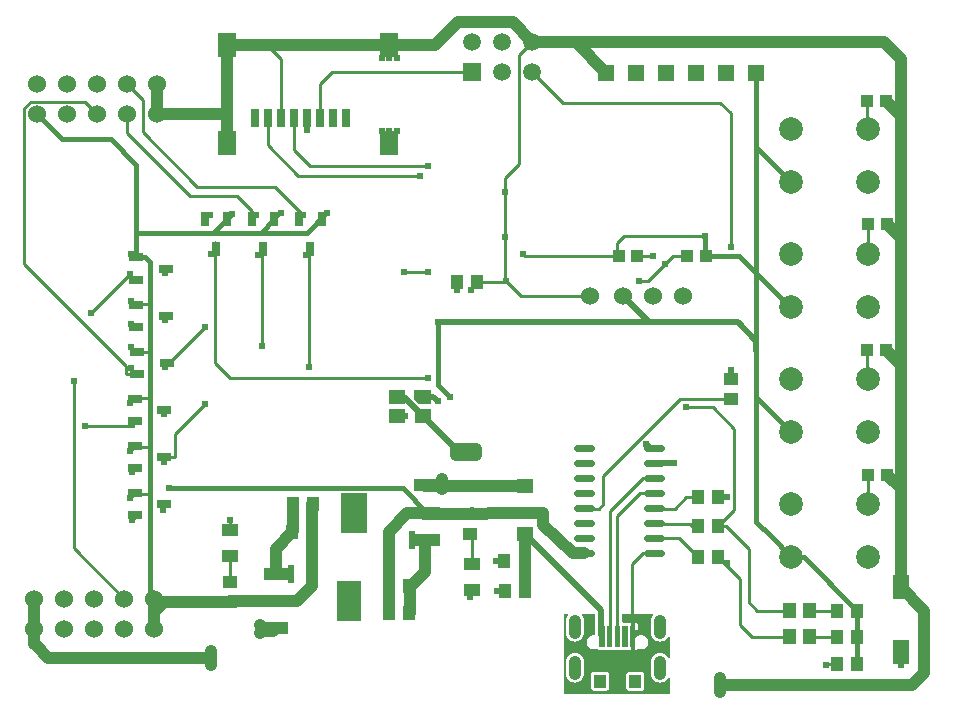
<source format=gtl>
G04 Layer: TopLayer*
G04 EasyEDA v6.3.43, 2020-05-10T20:22:00+02:00*
G04 8efef6a7772f454f874d1fefd099d7f4,c718b20e53f548e3abf3144c64a63f4f,10*
G04 Gerber Generator version 0.2*
G04 Scale: 100 percent, Rotated: No, Reflected: No *
G04 Dimensions in millimeters *
G04 leading zeros omitted , absolute positions ,3 integer and 3 decimal *
%FSLAX33Y33*%
%MOMM*%
G90*
G71D02*

%ADD10C,0.254000*%
%ADD11C,0.499999*%
%ADD12C,0.999998*%
%ADD13C,0.259994*%
%ADD14C,0.399999*%
%ADD15C,0.256007*%
%ADD16C,0.599999*%
%ADD17C,0.610006*%
%ADD18C,0.609600*%
%ADD19R,1.399997X1.150010*%
%ADD20R,0.799998X1.524000*%
%ADD21R,1.499997X1.999996*%
%ADD22R,1.099820X1.198880*%
%ADD23R,1.198880X1.099820*%
%ADD25R,0.999998X1.099998*%
%ADD26R,1.400048X1.999996*%
%ADD27R,1.470660X1.270000*%
%ADD28R,1.399997X0.999998*%
%ADD29R,2.159000X1.092200*%
%ADD30R,2.159000X3.505200*%
%ADD31R,2.199996X3.499993*%
%ADD32R,2.199996X1.099998*%
%ADD33R,1.250010X0.699999*%
%ADD34R,0.699999X1.250010*%
%ADD35C,1.524000*%
%ADD36C,1.498600*%
%ADD37R,1.498600X1.498600*%
%ADD38R,1.414780X1.414780*%
%ADD39C,1.999996*%

%LPD*%
G36*
G01X48801Y7222D02*
G01X48642Y7222D01*
G01X48628Y7221D01*
G01X48614Y7218D01*
G01X48600Y7213D01*
G01X48587Y7206D01*
G01X48576Y7198D01*
G01X48565Y7187D01*
G01X48557Y7176D01*
G01X48550Y7163D01*
G01X48545Y7149D01*
G01X48542Y7135D01*
G01X48541Y7121D01*
G01X48541Y524D01*
G01X48542Y510D01*
G01X48545Y495D01*
G01X48550Y482D01*
G01X48557Y469D01*
G01X48565Y458D01*
G01X48576Y447D01*
G01X48587Y439D01*
G01X48600Y432D01*
G01X48614Y427D01*
G01X48628Y424D01*
G01X48642Y422D01*
G01X57439Y422D01*
G01X57453Y424D01*
G01X57468Y427D01*
G01X57481Y432D01*
G01X57494Y439D01*
G01X57505Y447D01*
G01X57516Y458D01*
G01X57524Y469D01*
G01X57531Y482D01*
G01X57536Y495D01*
G01X57539Y510D01*
G01X57541Y524D01*
G01X57541Y1721D01*
G01X57539Y1735D01*
G01X57536Y1749D01*
G01X57531Y1763D01*
G01X57524Y1776D01*
G01X57516Y1787D01*
G01X57505Y1797D01*
G01X57494Y1806D01*
G01X57481Y1813D01*
G01X57468Y1818D01*
G01X57453Y1821D01*
G01X57439Y1822D01*
G01X57424Y1821D01*
G01X57409Y1818D01*
G01X57395Y1812D01*
G01X57382Y1805D01*
G01X57371Y1796D01*
G01X57360Y1785D01*
G01X57352Y1773D01*
G01X57330Y1738D01*
G01X57306Y1704D01*
G01X57280Y1672D01*
G01X57253Y1642D01*
G01X57224Y1612D01*
G01X57193Y1585D01*
G01X57161Y1559D01*
G01X57128Y1535D01*
G01X57093Y1513D01*
G01X57058Y1492D01*
G01X57021Y1474D01*
G01X56983Y1458D01*
G01X56944Y1444D01*
G01X56905Y1431D01*
G01X56865Y1421D01*
G01X56825Y1414D01*
G01X56784Y1408D01*
G01X56743Y1405D01*
G01X56702Y1404D01*
G01X56662Y1405D01*
G01X56623Y1408D01*
G01X56584Y1413D01*
G01X56545Y1420D01*
G01X56506Y1429D01*
G01X56468Y1441D01*
G01X56431Y1454D01*
G01X56394Y1469D01*
G01X56358Y1486D01*
G01X56324Y1505D01*
G01X56290Y1526D01*
G01X56257Y1548D01*
G01X56226Y1572D01*
G01X56196Y1598D01*
G01X56167Y1625D01*
G01X56140Y1654D01*
G01X56114Y1684D01*
G01X56090Y1716D01*
G01X56067Y1748D01*
G01X56047Y1782D01*
G01X56028Y1817D01*
G01X56011Y1853D01*
G01X55996Y1889D01*
G01X55982Y1926D01*
G01X55971Y1964D01*
G01X55962Y2003D01*
G01X55955Y2042D01*
G01X55950Y2081D01*
G01X55946Y2121D01*
G01X55945Y2160D01*
G01X55945Y3159D01*
G01X55946Y3199D01*
G01X55950Y3238D01*
G01X55955Y3277D01*
G01X55962Y3316D01*
G01X55971Y3355D01*
G01X55982Y3393D01*
G01X55996Y3430D01*
G01X56011Y3467D01*
G01X56028Y3502D01*
G01X56047Y3537D01*
G01X56067Y3571D01*
G01X56090Y3604D01*
G01X56114Y3635D01*
G01X56140Y3665D01*
G01X56167Y3694D01*
G01X56196Y3721D01*
G01X56226Y3747D01*
G01X56257Y3771D01*
G01X56290Y3793D01*
G01X56324Y3814D01*
G01X56358Y3833D01*
G01X56394Y3850D01*
G01X56431Y3865D01*
G01X56468Y3878D01*
G01X56506Y3890D01*
G01X56545Y3899D01*
G01X56584Y3906D01*
G01X56623Y3911D01*
G01X56662Y3914D01*
G01X56702Y3915D01*
G01X56743Y3914D01*
G01X56784Y3911D01*
G01X56825Y3905D01*
G01X56865Y3898D01*
G01X56905Y3888D01*
G01X56944Y3876D01*
G01X56983Y3861D01*
G01X57021Y3845D01*
G01X57058Y3827D01*
G01X57093Y3806D01*
G01X57128Y3784D01*
G01X57161Y3760D01*
G01X57193Y3734D01*
G01X57224Y3707D01*
G01X57253Y3677D01*
G01X57280Y3647D01*
G01X57306Y3615D01*
G01X57330Y3581D01*
G01X57352Y3546D01*
G01X57360Y3534D01*
G01X57371Y3523D01*
G01X57382Y3514D01*
G01X57395Y3507D01*
G01X57409Y3501D01*
G01X57424Y3498D01*
G01X57439Y3497D01*
G01X57453Y3498D01*
G01X57468Y3501D01*
G01X57481Y3506D01*
G01X57494Y3513D01*
G01X57505Y3522D01*
G01X57516Y3532D01*
G01X57524Y3544D01*
G01X57531Y3556D01*
G01X57536Y3570D01*
G01X57539Y3584D01*
G01X57541Y3598D01*
G01X57541Y5190D01*
G01X57539Y5205D01*
G01X57536Y5219D01*
G01X57531Y5233D01*
G01X57524Y5245D01*
G01X57516Y5257D01*
G01X57505Y5267D01*
G01X57494Y5276D01*
G01X57481Y5283D01*
G01X57468Y5288D01*
G01X57453Y5291D01*
G01X57439Y5292D01*
G01X57424Y5291D01*
G01X57409Y5288D01*
G01X57395Y5282D01*
G01X57382Y5275D01*
G01X57360Y5255D01*
G01X57352Y5242D01*
G01X57330Y5208D01*
G01X57306Y5174D01*
G01X57280Y5142D01*
G01X57253Y5111D01*
G01X57224Y5082D01*
G01X57193Y5055D01*
G01X57161Y5029D01*
G01X57128Y5005D01*
G01X57093Y4982D01*
G01X57058Y4962D01*
G01X57021Y4944D01*
G01X56983Y4927D01*
G01X56944Y4913D01*
G01X56905Y4901D01*
G01X56865Y4891D01*
G01X56825Y4883D01*
G01X56784Y4878D01*
G01X56743Y4874D01*
G01X56702Y4873D01*
G01X56662Y4874D01*
G01X56623Y4877D01*
G01X56584Y4883D01*
G01X56545Y4890D01*
G01X56506Y4899D01*
G01X56468Y4910D01*
G01X56431Y4924D01*
G01X56394Y4939D01*
G01X56358Y4956D01*
G01X56324Y4975D01*
G01X56290Y4995D01*
G01X56257Y5018D01*
G01X56226Y5042D01*
G01X56196Y5068D01*
G01X56167Y5095D01*
G01X56140Y5124D01*
G01X56114Y5154D01*
G01X56090Y5185D01*
G01X56067Y5218D01*
G01X56047Y5252D01*
G01X56028Y5286D01*
G01X56011Y5322D01*
G01X55996Y5359D01*
G01X55982Y5396D01*
G01X55971Y5434D01*
G01X55962Y5473D01*
G01X55955Y5512D01*
G01X55950Y5551D01*
G01X55946Y5590D01*
G01X55945Y5630D01*
G01X55945Y6629D01*
G01X55947Y6671D01*
G01X55950Y6712D01*
G01X55956Y6754D01*
G01X55964Y6795D01*
G01X55974Y6836D01*
G01X55987Y6876D01*
G01X56002Y6915D01*
G01X56019Y6954D01*
G01X56038Y6991D01*
G01X56059Y7028D01*
G01X56082Y7063D01*
G01X56090Y7076D01*
G01X56096Y7090D01*
G01X56099Y7105D01*
G01X56101Y7121D01*
G01X56100Y7135D01*
G01X56096Y7149D01*
G01X56091Y7163D01*
G01X56084Y7176D01*
G01X56076Y7187D01*
G01X56066Y7198D01*
G01X56054Y7206D01*
G01X56041Y7213D01*
G01X56028Y7218D01*
G01X56013Y7221D01*
G01X55999Y7222D01*
G01X53587Y7222D01*
G01X53573Y7221D01*
G01X53559Y7218D01*
G01X53545Y7213D01*
G01X53532Y7206D01*
G01X53521Y7198D01*
G01X53510Y7187D01*
G01X53502Y7176D01*
G01X53495Y7163D01*
G01X53490Y7149D01*
G01X53487Y7135D01*
G01X53486Y7121D01*
G01X53486Y6586D01*
G01X53487Y6572D01*
G01X53490Y6558D01*
G01X53495Y6544D01*
G01X53502Y6531D01*
G01X53510Y6520D01*
G01X53521Y6510D01*
G01X53532Y6501D01*
G01X53545Y6494D01*
G01X53559Y6489D01*
G01X53573Y6486D01*
G01X53587Y6485D01*
G01X53978Y6485D01*
G01X54002Y6484D01*
G01X54026Y6480D01*
G01X54049Y6475D01*
G01X54077Y6471D01*
G01X54105Y6475D01*
G01X54129Y6480D01*
G01X54153Y6484D01*
G01X54176Y6485D01*
G01X54226Y6485D01*
G01X54226Y6308D01*
G01X54228Y6285D01*
G01X54233Y6257D01*
G01X54235Y6228D01*
G01X54235Y4430D01*
G01X54233Y4401D01*
G01X54228Y4373D01*
G01X54226Y4351D01*
G01X54226Y4173D01*
G01X54176Y4173D01*
G01X54153Y4175D01*
G01X54129Y4178D01*
G01X54105Y4183D01*
G01X54077Y4187D01*
G01X54049Y4183D01*
G01X54026Y4178D01*
G01X54002Y4175D01*
G01X53978Y4173D01*
G01X53526Y4173D01*
G01X53502Y4175D01*
G01X53479Y4178D01*
G01X53455Y4183D01*
G01X53427Y4187D01*
G01X53399Y4183D01*
G01X53376Y4178D01*
G01X53352Y4175D01*
G01X53328Y4173D01*
G01X52876Y4173D01*
G01X52852Y4175D01*
G01X52828Y4178D01*
G01X52805Y4183D01*
G01X52777Y4187D01*
G01X52749Y4183D01*
G01X52725Y4178D01*
G01X52702Y4175D01*
G01X52678Y4173D01*
G01X52226Y4173D01*
G01X52202Y4175D01*
G01X52178Y4178D01*
G01X52155Y4183D01*
G01X52127Y4187D01*
G01X52099Y4183D01*
G01X52075Y4178D01*
G01X52052Y4175D01*
G01X52028Y4173D01*
G01X51575Y4173D01*
G01X51551Y4175D01*
G01X51527Y4178D01*
G01X51504Y4184D01*
G01X51481Y4192D01*
G01X51459Y4202D01*
G01X51438Y4214D01*
G01X51418Y4228D01*
G01X51404Y4237D01*
G01X51388Y4243D01*
G01X51372Y4248D01*
G01X51355Y4249D01*
G01X51337Y4247D01*
G01X51319Y4242D01*
G01X51284Y4230D01*
G01X51249Y4220D01*
G01X51213Y4212D01*
G01X51177Y4207D01*
G01X51140Y4204D01*
G01X51103Y4202D01*
G01X51068Y4203D01*
G01X51033Y4207D01*
G01X50998Y4212D01*
G01X50963Y4219D01*
G01X50929Y4228D01*
G01X50896Y4239D01*
G01X50863Y4252D01*
G01X50831Y4267D01*
G01X50800Y4284D01*
G01X50770Y4302D01*
G01X50741Y4322D01*
G01X50713Y4344D01*
G01X50687Y4368D01*
G01X50662Y4393D01*
G01X50638Y4419D01*
G01X50616Y4447D01*
G01X50596Y4476D01*
G01X50578Y4506D01*
G01X50561Y4537D01*
G01X50546Y4569D01*
G01X50533Y4602D01*
G01X50522Y4635D01*
G01X50513Y4669D01*
G01X50506Y4704D01*
G01X50501Y4739D01*
G01X50497Y4774D01*
G01X50496Y4809D01*
G01X50497Y4844D01*
G01X50501Y4879D01*
G01X50506Y4914D01*
G01X50513Y4949D01*
G01X50522Y4983D01*
G01X50533Y5016D01*
G01X50546Y5049D01*
G01X50561Y5081D01*
G01X50578Y5112D01*
G01X50596Y5142D01*
G01X50616Y5171D01*
G01X50638Y5199D01*
G01X50662Y5225D01*
G01X50687Y5250D01*
G01X50713Y5274D01*
G01X50741Y5296D01*
G01X50770Y5316D01*
G01X50800Y5334D01*
G01X50831Y5351D01*
G01X50863Y5366D01*
G01X50896Y5379D01*
G01X50929Y5390D01*
G01X50963Y5399D01*
G01X50998Y5406D01*
G01X51033Y5411D01*
G01X51068Y5415D01*
G01X51103Y5416D01*
G01X51127Y5415D01*
G01X51131Y5415D01*
G01X51146Y5416D01*
G01X51160Y5419D01*
G01X51174Y5424D01*
G01X51186Y5431D01*
G01X51198Y5440D01*
G01X51208Y5450D01*
G01X51217Y5462D01*
G01X51224Y5474D01*
G01X51229Y5488D01*
G01X51232Y5502D01*
G01X51233Y5517D01*
G01X51233Y7121D01*
G01X51232Y7135D01*
G01X51229Y7149D01*
G01X51224Y7163D01*
G01X51217Y7176D01*
G01X51208Y7187D01*
G01X51198Y7198D01*
G01X51186Y7206D01*
G01X51174Y7213D01*
G01X51160Y7218D01*
G01X51146Y7221D01*
G01X51131Y7222D01*
G01X50206Y7222D01*
G01X50192Y7221D01*
G01X50178Y7218D01*
G01X50164Y7213D01*
G01X50151Y7206D01*
G01X50140Y7198D01*
G01X50130Y7187D01*
G01X50121Y7176D01*
G01X50114Y7163D01*
G01X50109Y7149D01*
G01X50106Y7135D01*
G01X50105Y7121D01*
G01X50106Y7105D01*
G01X50110Y7090D01*
G01X50115Y7076D01*
G01X50123Y7063D01*
G01X50146Y7028D01*
G01X50167Y6991D01*
G01X50187Y6954D01*
G01X50204Y6915D01*
G01X50218Y6876D01*
G01X50231Y6836D01*
G01X50241Y6795D01*
G01X50250Y6754D01*
G01X50255Y6712D01*
G01X50259Y6671D01*
G01X50260Y6629D01*
G01X50260Y5630D01*
G01X50259Y5590D01*
G01X50256Y5551D01*
G01X50251Y5512D01*
G01X50244Y5473D01*
G01X50234Y5434D01*
G01X50223Y5396D01*
G01X50210Y5359D01*
G01X50195Y5322D01*
G01X50178Y5286D01*
G01X50159Y5252D01*
G01X50138Y5218D01*
G01X50116Y5185D01*
G01X50091Y5154D01*
G01X50066Y5124D01*
G01X50038Y5095D01*
G01X50010Y5068D01*
G01X49980Y5042D01*
G01X49948Y5018D01*
G01X49916Y4995D01*
G01X49882Y4975D01*
G01X49847Y4956D01*
G01X49811Y4939D01*
G01X49775Y4924D01*
G01X49737Y4910D01*
G01X49699Y4899D01*
G01X49661Y4890D01*
G01X49622Y4883D01*
G01X49583Y4877D01*
G01X49543Y4874D01*
G01X49504Y4873D01*
G01X49464Y4874D01*
G01X49424Y4877D01*
G01X49385Y4883D01*
G01X49346Y4890D01*
G01X49308Y4899D01*
G01X49270Y4910D01*
G01X49232Y4924D01*
G01X49196Y4939D01*
G01X49160Y4956D01*
G01X49125Y4975D01*
G01X49092Y4995D01*
G01X49059Y5018D01*
G01X49027Y5042D01*
G01X48997Y5068D01*
G01X48969Y5095D01*
G01X48941Y5124D01*
G01X48916Y5154D01*
G01X48891Y5185D01*
G01X48869Y5218D01*
G01X48848Y5252D01*
G01X48829Y5286D01*
G01X48812Y5322D01*
G01X48797Y5359D01*
G01X48784Y5396D01*
G01X48773Y5434D01*
G01X48764Y5473D01*
G01X48756Y5512D01*
G01X48751Y5551D01*
G01X48748Y5590D01*
G01X48747Y5630D01*
G01X48747Y6629D01*
G01X48748Y6671D01*
G01X48752Y6712D01*
G01X48757Y6754D01*
G01X48766Y6795D01*
G01X48776Y6836D01*
G01X48789Y6876D01*
G01X48803Y6915D01*
G01X48820Y6954D01*
G01X48840Y6991D01*
G01X48861Y7028D01*
G01X48884Y7063D01*
G01X48892Y7076D01*
G01X48898Y7090D01*
G01X48901Y7105D01*
G01X48902Y7121D01*
G01X48901Y7135D01*
G01X48898Y7149D01*
G01X48893Y7163D01*
G01X48886Y7176D01*
G01X48877Y7187D01*
G01X48867Y7198D01*
G01X48856Y7206D01*
G01X48843Y7213D01*
G01X48829Y7218D01*
G01X48815Y7221D01*
G01X48801Y7222D01*
G37*

%LPC*%
G36*
G01X49543Y3914D02*
G01X49504Y3915D01*
G01X49464Y3914D01*
G01X49424Y3911D01*
G01X49385Y3906D01*
G01X49346Y3899D01*
G01X49308Y3890D01*
G01X49270Y3878D01*
G01X49232Y3865D01*
G01X49196Y3850D01*
G01X49160Y3833D01*
G01X49125Y3814D01*
G01X49092Y3793D01*
G01X49059Y3771D01*
G01X49027Y3747D01*
G01X48997Y3721D01*
G01X48969Y3694D01*
G01X48941Y3665D01*
G01X48916Y3635D01*
G01X48891Y3604D01*
G01X48869Y3571D01*
G01X48848Y3537D01*
G01X48829Y3502D01*
G01X48812Y3467D01*
G01X48797Y3430D01*
G01X48784Y3393D01*
G01X48773Y3355D01*
G01X48764Y3316D01*
G01X48756Y3277D01*
G01X48751Y3238D01*
G01X48748Y3199D01*
G01X48747Y3159D01*
G01X48747Y2160D01*
G01X48748Y2121D01*
G01X48751Y2081D01*
G01X48756Y2042D01*
G01X48764Y2003D01*
G01X48773Y1964D01*
G01X48784Y1926D01*
G01X48797Y1889D01*
G01X48812Y1853D01*
G01X48829Y1817D01*
G01X48848Y1782D01*
G01X48869Y1748D01*
G01X48891Y1716D01*
G01X48916Y1684D01*
G01X48941Y1654D01*
G01X48969Y1625D01*
G01X48997Y1598D01*
G01X49027Y1572D01*
G01X49059Y1548D01*
G01X49092Y1526D01*
G01X49125Y1505D01*
G01X49160Y1486D01*
G01X49196Y1469D01*
G01X49232Y1454D01*
G01X49270Y1441D01*
G01X49308Y1429D01*
G01X49346Y1420D01*
G01X49385Y1413D01*
G01X49424Y1408D01*
G01X49464Y1405D01*
G01X49504Y1404D01*
G01X49543Y1405D01*
G01X49583Y1408D01*
G01X49622Y1413D01*
G01X49661Y1420D01*
G01X49699Y1429D01*
G01X49737Y1441D01*
G01X49775Y1454D01*
G01X49811Y1469D01*
G01X49847Y1486D01*
G01X49882Y1505D01*
G01X49916Y1526D01*
G01X49948Y1548D01*
G01X49980Y1572D01*
G01X50010Y1598D01*
G01X50038Y1625D01*
G01X50066Y1654D01*
G01X50091Y1684D01*
G01X50116Y1716D01*
G01X50138Y1748D01*
G01X50159Y1782D01*
G01X50178Y1817D01*
G01X50195Y1853D01*
G01X50210Y1889D01*
G01X50223Y1926D01*
G01X50234Y1964D01*
G01X50244Y2003D01*
G01X50251Y2042D01*
G01X50256Y2081D01*
G01X50259Y2121D01*
G01X50260Y2160D01*
G01X50260Y3159D01*
G01X50259Y3199D01*
G01X50256Y3238D01*
G01X50251Y3277D01*
G01X50244Y3316D01*
G01X50234Y3355D01*
G01X50223Y3393D01*
G01X50210Y3430D01*
G01X50195Y3467D01*
G01X50178Y3502D01*
G01X50159Y3537D01*
G01X50138Y3571D01*
G01X50116Y3604D01*
G01X50091Y3635D01*
G01X50066Y3665D01*
G01X50038Y3694D01*
G01X50010Y3721D01*
G01X49980Y3747D01*
G01X49948Y3771D01*
G01X49916Y3793D01*
G01X49882Y3814D01*
G01X49847Y3833D01*
G01X49811Y3850D01*
G01X49775Y3865D01*
G01X49737Y3878D01*
G01X49699Y3890D01*
G01X49661Y3899D01*
G01X49622Y3906D01*
G01X49583Y3911D01*
G01X49543Y3914D01*
G37*
G36*
G01X55116Y2317D02*
G01X54116Y2317D01*
G01X54092Y2316D01*
G01X54068Y2312D01*
G01X54045Y2307D01*
G01X54023Y2299D01*
G01X54001Y2290D01*
G01X53981Y2278D01*
G01X53961Y2265D01*
G01X53943Y2250D01*
G01X53926Y2233D01*
G01X53911Y2215D01*
G01X53897Y2195D01*
G01X53886Y2174D01*
G01X53876Y2153D01*
G01X53869Y2130D01*
G01X53863Y2107D01*
G01X53860Y2084D01*
G01X53859Y2060D01*
G01X53859Y960D01*
G01X53860Y937D01*
G01X53863Y913D01*
G01X53869Y890D01*
G01X53876Y868D01*
G01X53886Y846D01*
G01X53897Y825D01*
G01X53911Y806D01*
G01X53926Y787D01*
G01X53943Y771D01*
G01X53961Y756D01*
G01X53981Y742D01*
G01X54001Y731D01*
G01X54023Y721D01*
G01X54045Y714D01*
G01X54068Y708D01*
G01X54092Y705D01*
G01X54116Y704D01*
G01X55116Y704D01*
G01X55140Y705D01*
G01X55163Y708D01*
G01X55187Y714D01*
G01X55209Y721D01*
G01X55231Y731D01*
G01X55251Y742D01*
G01X55271Y756D01*
G01X55289Y771D01*
G01X55306Y787D01*
G01X55321Y806D01*
G01X55334Y825D01*
G01X55346Y846D01*
G01X55356Y868D01*
G01X55363Y890D01*
G01X55369Y913D01*
G01X55372Y937D01*
G01X55373Y960D01*
G01X55373Y2060D01*
G01X55372Y2084D01*
G01X55369Y2107D01*
G01X55363Y2130D01*
G01X55356Y2153D01*
G01X55346Y2174D01*
G01X55334Y2195D01*
G01X55321Y2215D01*
G01X55306Y2233D01*
G01X55289Y2250D01*
G01X55271Y2265D01*
G01X55251Y2278D01*
G01X55231Y2290D01*
G01X55209Y2299D01*
G01X55187Y2307D01*
G01X55163Y2312D01*
G01X55140Y2316D01*
G01X55116Y2317D01*
G37*
G36*
G01X52132Y2319D02*
G01X51134Y2319D01*
G01X51110Y2318D01*
G01X51086Y2315D01*
G01X51063Y2309D01*
G01X51041Y2302D01*
G01X51019Y2292D01*
G01X50999Y2281D01*
G01X50979Y2267D01*
G01X50961Y2252D01*
G01X50944Y2235D01*
G01X50929Y2217D01*
G01X50916Y2198D01*
G01X50904Y2177D01*
G01X50894Y2155D01*
G01X50887Y2133D01*
G01X50881Y2110D01*
G01X50878Y2086D01*
G01X50877Y2063D01*
G01X50877Y963D01*
G01X50878Y939D01*
G01X50881Y916D01*
G01X50887Y893D01*
G01X50894Y870D01*
G01X50904Y848D01*
G01X50916Y828D01*
G01X50929Y808D01*
G01X50944Y790D01*
G01X50961Y773D01*
G01X50979Y758D01*
G01X50999Y745D01*
G01X51019Y733D01*
G01X51041Y724D01*
G01X51063Y716D01*
G01X51086Y711D01*
G01X51110Y707D01*
G01X51134Y706D01*
G01X52132Y706D01*
G01X52156Y707D01*
G01X52179Y711D01*
G01X52202Y716D01*
G01X52225Y724D01*
G01X52246Y733D01*
G01X52267Y745D01*
G01X52286Y758D01*
G01X52305Y773D01*
G01X52321Y790D01*
G01X52337Y808D01*
G01X52350Y828D01*
G01X52361Y848D01*
G01X52371Y870D01*
G01X52379Y893D01*
G01X52384Y916D01*
G01X52387Y939D01*
G01X52388Y963D01*
G01X52388Y2063D01*
G01X52387Y2086D01*
G01X52384Y2110D01*
G01X52379Y2133D01*
G01X52371Y2155D01*
G01X52361Y2177D01*
G01X52350Y2198D01*
G01X52337Y2217D01*
G01X52321Y2235D01*
G01X52305Y2252D01*
G01X52286Y2267D01*
G01X52267Y2281D01*
G01X52246Y2292D01*
G01X52225Y2302D01*
G01X52202Y2309D01*
G01X52179Y2315D01*
G01X52156Y2318D01*
G01X52132Y2319D01*
G37*
G36*
G01X55136Y5415D02*
G01X55101Y5416D01*
G01X55052Y5414D01*
G01X55003Y5408D01*
G01X54968Y5401D01*
G01X54934Y5392D01*
G01X54900Y5381D01*
G01X54867Y5368D01*
G01X54834Y5354D01*
G01X54803Y5337D01*
G01X54772Y5319D01*
G01X54743Y5299D01*
G01X54715Y5277D01*
G01X54688Y5253D01*
G01X54663Y5228D01*
G01X54639Y5202D01*
G01X54617Y5174D01*
G01X54596Y5145D01*
G01X54577Y5115D01*
G01X54560Y5083D01*
G01X54545Y5051D01*
G01X54532Y5018D01*
G01X54520Y4984D01*
G01X54511Y4950D01*
G01X54504Y4915D01*
G01X54499Y4880D01*
G01X54495Y4845D01*
G01X54494Y4809D01*
G01X54496Y4772D01*
G01X54499Y4734D01*
G01X54505Y4697D01*
G01X54513Y4661D01*
G01X54523Y4625D01*
G01X54536Y4590D01*
G01X54550Y4555D01*
G01X54567Y4522D01*
G01X54574Y4506D01*
G01X54578Y4490D01*
G01X54579Y4473D01*
G01X54579Y4173D01*
G01X54629Y4173D01*
G01X54653Y4175D01*
G01X54677Y4178D01*
G01X54700Y4184D01*
G01X54723Y4192D01*
G01X54745Y4202D01*
G01X54766Y4214D01*
G01X54786Y4228D01*
G01X54800Y4237D01*
G01X54816Y4243D01*
G01X54832Y4248D01*
G01X54849Y4249D01*
G01X54867Y4247D01*
G01X54885Y4242D01*
G01X54920Y4230D01*
G01X54955Y4220D01*
G01X54991Y4212D01*
G01X55027Y4207D01*
G01X55064Y4204D01*
G01X55101Y4202D01*
G01X55136Y4203D01*
G01X55171Y4207D01*
G01X55206Y4212D01*
G01X55241Y4219D01*
G01X55275Y4228D01*
G01X55308Y4239D01*
G01X55341Y4252D01*
G01X55373Y4267D01*
G01X55404Y4284D01*
G01X55434Y4302D01*
G01X55463Y4322D01*
G01X55491Y4344D01*
G01X55517Y4368D01*
G01X55542Y4393D01*
G01X55566Y4419D01*
G01X55588Y4447D01*
G01X55608Y4476D01*
G01X55626Y4506D01*
G01X55643Y4537D01*
G01X55658Y4569D01*
G01X55671Y4602D01*
G01X55682Y4635D01*
G01X55691Y4669D01*
G01X55698Y4704D01*
G01X55703Y4739D01*
G01X55707Y4774D01*
G01X55708Y4809D01*
G01X55707Y4844D01*
G01X55703Y4879D01*
G01X55698Y4914D01*
G01X55691Y4949D01*
G01X55682Y4983D01*
G01X55671Y5016D01*
G01X55658Y5049D01*
G01X55643Y5081D01*
G01X55626Y5112D01*
G01X55608Y5142D01*
G01X55588Y5171D01*
G01X55566Y5199D01*
G01X55542Y5225D01*
G01X55517Y5250D01*
G01X55491Y5274D01*
G01X55463Y5296D01*
G01X55434Y5316D01*
G01X55404Y5334D01*
G01X55373Y5351D01*
G01X55341Y5366D01*
G01X55308Y5379D01*
G01X55275Y5390D01*
G01X55241Y5399D01*
G01X55206Y5406D01*
G01X55171Y5411D01*
G01X55136Y5415D01*
G37*
G36*
G01X54629Y6485D02*
G01X54579Y6485D01*
G01X54579Y5842D01*
G01X54885Y5842D01*
G01X54885Y6228D01*
G01X54884Y6252D01*
G01X54881Y6275D01*
G01X54875Y6298D01*
G01X54868Y6321D01*
G01X54858Y6343D01*
G01X54847Y6363D01*
G01X54833Y6383D01*
G01X54818Y6401D01*
G01X54801Y6418D01*
G01X54783Y6433D01*
G01X54764Y6446D01*
G01X54743Y6458D01*
G01X54721Y6467D01*
G01X54699Y6475D01*
G01X54676Y6480D01*
G01X54652Y6484D01*
G01X54629Y6485D01*
G37*

%LPD*%
G54D11*
G01X53567Y34130D02*
G01X55797Y31899D01*
G01X56517Y31899D01*
G01X37900Y31899D02*
G01X63300Y31899D01*
G01X64870Y30329D01*
G01X64870Y29478D01*
G54D12*
G01X42373Y15717D02*
G01X46841Y15722D01*
G01X46841Y14759D01*
G01X49340Y12339D01*
G01X50254Y12339D01*
G01X52170Y53053D02*
G01X49581Y55641D01*
G01X49502Y55641D01*
G01X14158Y49499D02*
G01X14158Y52039D01*
G01X3739Y5960D02*
G01X3739Y8500D01*
G01X3851Y4548D02*
G01X3739Y4660D01*
G01X3739Y5960D01*
G01X18700Y3499D02*
G01X4899Y3499D01*
G01X3851Y4548D01*
G01X18700Y2899D02*
G01X18699Y4100D01*
G01X14158Y49499D02*
G01X20023Y49504D01*
G01X20025Y55349D02*
G01X20025Y47049D01*
G01X45880Y55640D02*
G01X44220Y57300D01*
G01X39600Y57300D01*
G01X37649Y55349D01*
G01X33775Y55349D01*
G01X20025Y55349D02*
G01X33775Y55349D01*
G01X75830Y50640D02*
G01X77100Y49370D01*
G01X77100Y48175D01*
G01X77100Y17874D02*
G01X77100Y54201D01*
G01X75659Y55641D01*
G01X45881Y55641D01*
G01X75830Y29558D02*
G01X77100Y28288D01*
G01X77100Y27361D01*
G01X75957Y40226D02*
G01X77100Y39083D01*
G01X77100Y38556D01*
G01X77100Y9461D02*
G01X77100Y17874D01*
G01X75957Y19017D01*
G01X61800Y599D02*
G01X61800Y1799D01*
G01X61799Y1800D02*
G01X61799Y1559D01*
G54D13*
G01X70800Y2899D02*
G01X70899Y2999D01*
G01X71700Y2999D01*
G54D14*
G01X73399Y5299D02*
G01X73399Y2999D01*
G01X37900Y31899D02*
G01X37900Y26599D01*
G01X38900Y25599D01*
G54D13*
G01X22700Y37600D02*
G01X23100Y38000D01*
G01X23100Y38151D01*
G01X26799Y49224D02*
G01X26800Y48200D01*
G01X25700Y49225D02*
G01X25700Y46499D01*
G01X27112Y45112D01*
G01X37100Y45112D01*
G01X23501Y49225D02*
G01X23501Y46901D01*
G01X26099Y44300D01*
G01X36399Y44300D01*
G01X36399Y44299D01*
G01X27900Y49224D02*
G01X27900Y52099D01*
G01X28900Y53099D01*
G01X40800Y53099D01*
G01X24600Y49224D02*
G01X24600Y54213D01*
G01X23463Y55350D01*
G01X20025Y55350D02*
G01X33775Y55350D01*
G01X20025Y47049D02*
G01X20025Y55350D01*
G01X26500Y41000D02*
G01X26150Y40650D01*
G01X11618Y52039D02*
G01X12899Y50759D01*
G01X12899Y48000D01*
G01X17499Y43401D01*
G01X24100Y43401D01*
G01X26500Y41000D01*
G01X22149Y40650D02*
G01X22500Y41000D01*
G01X11618Y49499D02*
G01X11601Y47899D01*
G01X16899Y42600D01*
G01X20900Y42600D01*
G01X22149Y41348D01*
G01X22149Y40650D01*
G54D14*
G01X28499Y41201D02*
G01X26790Y39489D01*
G01X12345Y39489D01*
G01X24050Y40650D02*
G01X22890Y39490D01*
G01X22756Y39490D01*
G54D13*
G01X24599Y41200D02*
G01X24050Y40650D01*
G54D14*
G01X20500Y41100D02*
G01X18890Y39490D01*
G01X18269Y39490D01*
G54D13*
G01X11999Y19199D02*
G01X12251Y19451D01*
G01X12251Y19550D01*
G01X11999Y15199D02*
G01X12251Y15450D01*
G01X12251Y15549D01*
G01X12444Y27498D02*
G01X11527Y27498D01*
G01X11999Y27899D02*
G01X12043Y27899D01*
G01X12444Y27498D01*
G01X11527Y27498D02*
G01X11527Y28171D01*
G01X2878Y36819D01*
G01X2878Y50048D01*
G01X3419Y50589D01*
G01X7991Y50589D01*
G01X9078Y49499D01*
G01X45881Y53101D02*
G01X48479Y50500D01*
G01X61799Y50500D01*
G01X62700Y49601D01*
G01X62700Y38300D01*
G01X45880Y55640D02*
G01X44800Y54559D01*
G01X44800Y45300D01*
G01X43600Y44100D01*
G01X43600Y42900D01*
G01X43699Y35400D02*
G01X43599Y35299D01*
G01X41199Y35299D01*
G01X41199Y35299D02*
G01X40700Y34800D01*
G01X40700Y34600D01*
G54D14*
G01X3999Y49500D02*
G01X6100Y47400D01*
G01X10200Y47400D01*
G01X12346Y45253D01*
G01X12346Y37398D01*
G54D13*
G01X12250Y17449D02*
G01X12326Y17373D01*
G01X13499Y17373D01*
G01X11799Y17000D02*
G01X12251Y17449D01*
G01X12250Y21449D02*
G01X12318Y21381D01*
G01X13499Y21381D01*
G01X11799Y21000D02*
G01X12251Y21450D01*
G01X12250Y25449D02*
G01X12311Y25511D01*
G01X13499Y25511D01*
G01X11800Y25099D02*
G01X12150Y25449D01*
G01X12250Y25449D01*
G01X11894Y29848D02*
G01X12326Y29416D01*
G01X13499Y29416D01*
G01X11900Y33700D02*
G01X12176Y33423D01*
G01X13499Y33423D01*
G54D14*
G01X12999Y37400D02*
G01X13099Y37400D01*
G01X13499Y37000D01*
G01X13499Y8900D01*
G01X13899Y8500D01*
G54D13*
G01X12346Y37398D02*
G01X12999Y37400D01*
G54D15*
G01X20293Y14359D02*
G01X20293Y15163D01*
G54D14*
G01X73399Y7499D02*
G01X68873Y12025D01*
G01X67838Y12025D01*
G01X67839Y12026D02*
G01X66089Y13774D01*
G01X64870Y14993D01*
G01X64870Y25577D01*
G01X64870Y46744D02*
G01X64870Y25577D01*
G01X67838Y22609D01*
G01X64870Y53053D02*
G01X64870Y46743D01*
G01X67839Y43776D01*
G54D10*
G01X74230Y50639D02*
G01X74230Y48256D01*
G01X74338Y48148D01*
G01X74356Y19017D02*
G01X74339Y16398D01*
G01X74230Y29557D02*
G01X74230Y27090D01*
G01X74338Y26981D01*
G01X74339Y37564D02*
G01X74356Y40226D01*
G01X52452Y5329D02*
G01X52452Y15909D01*
G01X55232Y18689D01*
G01X56324Y18689D01*
G01X53102Y5329D02*
G01X53102Y15543D01*
G01X54978Y17419D01*
G01X56324Y17419D01*
G01X40780Y14015D02*
G01X40779Y11433D01*
G54D12*
G01X35621Y9570D02*
G01X36792Y10742D01*
G01X36792Y13493D01*
G01X35621Y9570D02*
G01X35573Y9522D01*
G01X35573Y7284D01*
G01X33746Y7284D02*
G01X33795Y7333D01*
G01X33795Y9570D01*
G01X33795Y9570D02*
G01X33795Y14142D01*
G01X35319Y15793D01*
G01X36665Y15793D01*
G01X36665Y15793D02*
G01X36744Y15715D01*
G01X40653Y15715D01*
G01X37972Y18094D02*
G01X38240Y17825D01*
G01X36792Y18094D02*
G01X37972Y18094D01*
G01X36792Y18094D02*
G01X37972Y18094D01*
G01X37972Y18094D02*
G01X38240Y18362D01*
G01X38240Y18629D01*
G01X36792Y18094D02*
G01X36808Y18078D01*
G01X45241Y18078D01*
G01X45240Y11722D02*
G01X45240Y9123D01*
G01X45240Y13962D02*
G01X45240Y11722D01*
G54D11*
G01X51802Y5329D02*
G01X51740Y5391D01*
G01X51740Y7523D01*
G01X48636Y10627D01*
G01X45301Y13962D01*
G01X45240Y13962D01*
G54D12*
G01X40780Y15793D02*
G01X40858Y15715D01*
G01X41792Y15716D01*
G54D10*
G01X54402Y5329D02*
G01X54369Y5363D01*
G01X54369Y11475D01*
G01X55232Y12339D01*
G01X56324Y12339D01*
G01X56197Y13609D02*
G01X58034Y13609D01*
G01X58354Y13609D01*
G01X59941Y12022D01*
G01X56197Y14879D02*
G01X56254Y14822D01*
G01X59241Y14822D01*
G01X59441Y14622D01*
G01X59941Y14622D01*
G01X56197Y16149D02*
G01X56224Y16122D01*
G01X57941Y16122D01*
G01X58941Y17122D01*
G01X59941Y17122D01*
G01X50254Y12339D02*
G01X49590Y12339D01*
G01X46207Y15722D01*
G54D12*
G01X25578Y14147D02*
G01X25627Y14196D01*
G01X25627Y16560D01*
G01X20293Y8257D02*
G01X20328Y8293D01*
G01X24179Y8293D01*
G01X27326Y16560D02*
G01X27278Y16512D01*
G01X27278Y14147D01*
G01X24179Y6007D02*
G01X23937Y5765D01*
G01X22960Y5765D01*
G01X22833Y5638D01*
G01X22833Y6290D02*
G01X23116Y6007D01*
G01X24179Y6007D01*
G01X27278Y14147D02*
G01X27278Y9575D01*
G01X25995Y8293D01*
G01X24179Y8293D01*
G01X25578Y14147D02*
G01X24179Y12748D01*
G01X24179Y10604D01*
G54D10*
G01X20293Y9956D02*
G01X20293Y12159D01*
G01X69399Y7499D02*
G01X71700Y7499D01*
G01X71700Y5299D02*
G01X69399Y5299D01*
G54D14*
G01X73399Y5299D02*
G01X73399Y7499D01*
G54D10*
G01X61641Y12022D02*
G01X63500Y10163D01*
G01X63500Y6299D01*
G01X64500Y5299D01*
G01X67701Y5299D01*
G01X67701Y7499D02*
G01X64900Y7499D01*
G01X64200Y8199D01*
G01X64200Y12700D01*
G01X62277Y14622D01*
G01X61641Y14622D01*
G54D14*
G01X60600Y37499D02*
G01X60500Y37600D01*
G01X60500Y38599D01*
G01X60500Y38600D01*
G01X60500Y39200D01*
G54D10*
G01X56107Y37532D02*
G01X56075Y37500D01*
G01X54800Y37500D01*
G01X57123Y36800D02*
G01X57822Y37500D01*
G01X59000Y37500D01*
G54D14*
G01X60600Y37500D02*
G01X63417Y37500D01*
G01X67725Y33192D01*
G01X67838Y33192D01*
G54D10*
G01X53200Y37500D02*
G01X53099Y37600D01*
G01X53099Y38599D01*
G01X53700Y39200D01*
G01X60500Y39200D01*
G01X43699Y35400D02*
G01X43600Y35499D01*
G01X43600Y36880D01*
G01X43600Y39100D01*
G01X43600Y39099D02*
G01X43600Y42900D01*
G01X43600Y35499D02*
G01X44969Y34130D01*
G01X50773Y34130D01*
G01X45100Y37700D02*
G01X45299Y37500D01*
G01X53200Y37500D01*
G01X57123Y36800D02*
G01X55722Y35400D01*
G01X54900Y35400D01*
G54D12*
G01X41792Y15716D02*
G01X42373Y15717D01*
G01X39400Y21171D02*
G01X39438Y21209D01*
G01X41100Y21209D01*
G54D10*
G01X61640Y14623D02*
G01X63000Y15982D01*
G01X63000Y22900D01*
G01X61200Y24700D01*
G01X58900Y24700D01*
G01X62700Y25400D02*
G01X58400Y25400D01*
G01X51900Y18900D01*
G01X51900Y16897D01*
G01X50254Y16149D02*
G01X50303Y16099D01*
G01X51500Y16099D01*
G01X51900Y16500D01*
G01X51900Y16897D01*
G54D12*
G01X77100Y9461D02*
G01X79099Y7460D01*
G01X79099Y2199D01*
G01X78000Y1199D01*
G01X61800Y1199D01*
G01X39400Y20699D02*
G01X41100Y20699D01*
G01X41100Y21209D02*
G01X41100Y20699D01*
G01X41100Y20699D02*
G01X39400Y20699D01*
G01X39400Y20699D02*
G01X39400Y21171D01*
G54D13*
G01X39543Y34604D02*
G01X39340Y34808D01*
G01X39299Y34808D01*
G01X39500Y35299D02*
G01X39500Y35008D01*
G01X39299Y34808D01*
G54D14*
G01X15100Y17899D02*
G01X34915Y17899D01*
G01X37021Y15793D01*
G54D13*
G01X13899Y8500D02*
G01X13899Y5960D01*
G01X12250Y23549D02*
G01X11999Y23299D01*
G01X11999Y23199D01*
G01X11999Y23199D02*
G01X11900Y23100D01*
G01X8000Y23100D01*
G01X11359Y8500D02*
G01X7100Y12759D01*
G01X7100Y26899D01*
G01X14159Y52040D02*
G01X14159Y49500D01*
G01X11800Y35999D02*
G01X8500Y32700D01*
G01X8500Y32699D01*
G54D12*
G01X20328Y8293D02*
G01X20235Y8199D01*
G01X14699Y8199D01*
G01X13899Y7399D01*
G01X13899Y5960D01*
G01X13899Y5960D02*
G01X13899Y8500D01*
G54D13*
G01X14800Y36100D02*
G01X14845Y36145D01*
G01X14845Y36449D01*
G01X37100Y27199D02*
G01X20300Y27199D01*
G01X18999Y28500D01*
G01X19000Y38699D01*
G01X23100Y29799D02*
G01X23000Y29899D01*
G01X23000Y38599D01*
G01X27000Y38599D02*
G01X27000Y28299D01*
G01X26999Y28299D01*
G01X26999Y28100D01*
G01X18200Y25000D02*
G01X15667Y22467D01*
G01X15667Y20500D01*
G01X14750Y20500D01*
G01X18200Y31501D02*
G01X15147Y28448D01*
G01X14943Y28448D01*
G01X35000Y36200D02*
G01X37100Y36200D01*
G54D11*
G01X34399Y23999D02*
G01X35100Y24000D01*
G01X36600Y25600D02*
G01X37499Y25600D01*
G01X37900Y25200D01*
G01X34399Y25600D02*
G01X34999Y25600D01*
G01X36600Y23999D01*
G01X36600Y23999D02*
G01X39399Y21200D01*
G01X39399Y20700D01*
G01X56197Y19959D02*
G01X57900Y19959D01*
G01X55500Y21599D02*
G01X55870Y21229D01*
G01X56197Y21229D01*
G54D16*
G01X50854Y21229D02*
G01X49654Y21229D01*
G01X50854Y19959D02*
G01X49654Y19959D01*
G01X50854Y18689D02*
G01X49654Y18689D01*
G01X50854Y17419D02*
G01X49654Y17419D01*
G01X50854Y16149D02*
G01X49654Y16149D01*
G01X50854Y14879D02*
G01X49654Y14879D01*
G01X50854Y13609D02*
G01X49654Y13609D01*
G01X50854Y12339D02*
G01X49654Y12339D01*
G01X56797Y21229D02*
G01X55597Y21229D01*
G01X56797Y19959D02*
G01X55597Y19959D01*
G01X56797Y18689D02*
G01X55597Y18689D01*
G01X56797Y17419D02*
G01X55597Y17419D01*
G01X56797Y16149D02*
G01X55597Y16149D01*
G01X56797Y14879D02*
G01X55597Y14879D01*
G01X56797Y13609D02*
G01X55597Y13609D01*
G01X56797Y12339D02*
G01X55597Y12339D01*
G54D19*
G01X34399Y23999D03*
G36*
G01X37300Y25025D02*
G01X36262Y25024D01*
G01X35900Y25403D01*
G01X35900Y26175D01*
G01X37300Y26175D01*
G01X37300Y25025D01*
G37*
G01X36600Y23999D03*
G01X34399Y25599D03*
G54D20*
G01X22400Y49224D03*
G01X23500Y49224D03*
G01X24600Y49224D03*
G01X25699Y49224D03*
G01X26800Y49224D03*
G01X27900Y49224D03*
G01X28999Y49224D03*
G01X30100Y49224D03*
G54D21*
G01X33775Y47049D03*
G01X33775Y55349D03*
G01X20025Y47049D03*
G01X20025Y55349D03*
G54D22*
G01X71700Y3000D03*
G01X73399Y3000D03*
G01X61640Y12022D03*
G01X59941Y12022D03*
G54D23*
G01X40652Y14015D03*
G01X40652Y15715D03*
G36*
G01X54629Y6228D02*
G01X54629Y4430D01*
G01X54176Y4430D01*
G01X54176Y6228D01*
G01X54629Y6228D01*
G37*
G36*
G01X53978Y6228D02*
G01X53978Y4430D01*
G01X53526Y4430D01*
G01X53526Y6228D01*
G01X53978Y6228D01*
G37*
G36*
G01X53328Y6228D02*
G01X53328Y4430D01*
G01X52876Y4430D01*
G01X52876Y6228D01*
G01X53328Y6228D01*
G37*
G36*
G01X52678Y6228D02*
G01X52678Y4430D01*
G01X52226Y4430D01*
G01X52226Y6228D01*
G01X52678Y6228D01*
G37*
G36*
G01X52028Y6228D02*
G01X52028Y4430D01*
G01X51576Y4430D01*
G01X51576Y6228D01*
G01X52028Y6228D01*
G37*
G36*
G01X54116Y960D02*
G01X54116Y2060D01*
G01X55116Y2060D01*
G01X55116Y960D01*
G01X54116Y960D01*
G37*
G36*
G01X51134Y963D02*
G01X51134Y2063D01*
G01X52132Y2063D01*
G01X52132Y963D01*
G01X51134Y963D01*
G37*
G54D22*
G01X35445Y7284D03*
G01X33746Y7284D03*
G54D26*
G01X77100Y9462D03*
G01X77098Y3958D03*
G54D27*
G01X45240Y13963D03*
G01X45240Y18078D03*
G54D22*
G01X61640Y17122D03*
G01X59941Y17122D03*
G54D23*
G01X62700Y25400D03*
G01X62700Y27099D03*
G54D22*
G01X39500Y35299D03*
G01X41199Y35299D03*
G01X61640Y14623D03*
G01X59941Y14623D03*
G36*
G01X69949Y4700D02*
G01X68848Y4700D01*
G01X68848Y5899D01*
G01X69949Y5899D01*
G01X69949Y4700D01*
G37*
G36*
G01X68250Y4700D02*
G01X67152Y4700D01*
G01X67152Y5899D01*
G01X68250Y5899D01*
G01X68250Y4700D01*
G37*
G36*
G01X69949Y6900D02*
G01X68848Y6900D01*
G01X68848Y8099D01*
G01X69949Y8099D01*
G01X69949Y6900D01*
G37*
G36*
G01X68250Y6900D02*
G01X67152Y6900D01*
G01X67152Y8099D01*
G01X68250Y8099D01*
G01X68250Y6900D01*
G37*
G01X71700Y5299D03*
G01X73399Y5299D03*
G01X71700Y7499D03*
G01X73399Y7499D03*
G01X33794Y9570D03*
G01X35494Y9570D03*
G01X43540Y11722D03*
G01X45240Y11722D03*
G01X45240Y9122D03*
G01X43541Y9122D03*
G01X27278Y14148D03*
G01X25578Y14148D03*
G01X25627Y16561D03*
G01X27326Y16561D03*
G54D23*
G01X20293Y9957D03*
G01X20293Y8257D03*
G54D28*
G01X20293Y12158D03*
G01X20293Y14358D03*
G01X40778Y11432D03*
G01X40778Y9232D03*
G54D29*
G01X24179Y10604D03*
G01X24179Y8293D03*
G01X24179Y6007D03*
G54D30*
G01X30376Y8293D03*
G54D25*
G01X60601Y37500D03*
G01X59000Y37500D03*
G01X53199Y37500D03*
G01X54799Y37500D03*
G01X74357Y19017D03*
G01X75957Y19017D03*
G01X74230Y29558D03*
G01X75830Y29558D03*
G01X74357Y40226D03*
G01X75957Y40226D03*
G01X74230Y50640D03*
G01X75830Y50640D03*
G54D31*
G01X30823Y15793D03*
G54D32*
G01X37021Y18093D03*
G01X37021Y15793D03*
G01X37021Y13493D03*
G54D33*
G01X12250Y17449D03*
G01X12250Y15549D03*
G01X14749Y16499D03*
G54D34*
G01X20049Y40650D03*
G01X18149Y40650D03*
G01X19099Y38151D03*
G54D33*
G01X12250Y21449D03*
G01X12250Y19549D03*
G01X14749Y20499D03*
G54D34*
G01X28050Y40649D03*
G01X26150Y40649D03*
G01X27100Y38149D03*
G01X24050Y40650D03*
G01X22150Y40650D03*
G01X23100Y38151D03*
G54D33*
G01X12343Y33398D03*
G01X12343Y31498D03*
G01X14842Y32448D03*
G01X12444Y29398D03*
G01X12444Y27498D03*
G01X14943Y28448D03*
G01X12346Y37398D03*
G01X12346Y35499D03*
G01X14845Y36449D03*
G01X12250Y25449D03*
G01X12250Y23549D03*
G01X14749Y24499D03*
G54D35*
G01X13899Y8500D03*
G01X11359Y8500D03*
G01X8819Y8500D03*
G01X6279Y8500D03*
G01X3739Y8500D03*
G01X13899Y5960D03*
G01X11359Y5960D03*
G01X8819Y5960D03*
G01X6279Y5960D03*
G01X3739Y5960D03*
G01X3999Y49500D03*
G01X6539Y49500D03*
G01X9079Y49500D03*
G01X11619Y49500D03*
G01X14159Y49500D03*
G01X3999Y52040D03*
G01X6539Y52040D03*
G01X9079Y52040D03*
G01X11619Y52040D03*
G01X14159Y52040D03*
G54D36*
G01X45880Y55640D03*
G01X43340Y55640D03*
G01X40800Y55640D03*
G01X45880Y53100D03*
G01X43340Y53100D03*
G54D37*
G01X40800Y53099D03*
G54D38*
G01X52170Y53053D03*
G01X57250Y53053D03*
G01X62330Y53053D03*
G01X54710Y53053D03*
G01X59790Y53053D03*
G01X64870Y53053D03*
G54D35*
G01X50773Y34130D03*
G01X53567Y34130D03*
G01X56107Y34130D03*
G01X58647Y34130D03*
G54D39*
G01X74338Y33192D03*
G01X67838Y33192D03*
G01X67838Y37692D03*
G01X74338Y37692D03*
G01X74338Y22609D03*
G01X67838Y22609D03*
G01X67838Y27108D03*
G01X74338Y27108D03*
G01X74338Y12025D03*
G01X67838Y12025D03*
G01X67838Y16525D03*
G01X74338Y16525D03*
G01X74338Y43775D03*
G01X67838Y43775D03*
G01X67838Y48275D03*
G01X74338Y48275D03*
G54D17*
G01X11899Y27999D03*
G01X11800Y35999D03*
G01X11899Y31800D03*
G01X37100Y27199D03*
G01X11999Y23199D03*
G01X39543Y34604D03*
G01X38239Y18629D03*
G01X38239Y17825D03*
G01X40652Y8681D03*
G01X35699Y14015D03*
G01X35699Y13507D03*
G54D18*
G01X35699Y12999D03*
G01X60500Y39200D03*
G01X43699Y35400D03*
G01X43600Y39100D03*
G01X43600Y42900D03*
G54D17*
G01X42940Y9122D03*
G01X42841Y11722D03*
G01X62340Y17122D03*
G01X11899Y33699D03*
G01X11894Y29848D03*
G01X11800Y20999D03*
G01X11899Y37699D03*
G54D18*
G01X25500Y11100D03*
G01X22833Y5639D03*
G54D17*
G01X25500Y10592D03*
G01X25500Y10084D03*
G01X22833Y6290D03*
G01X20293Y15164D03*
G01X11800Y25099D03*
G01X28500Y41200D03*
G01X24599Y41200D03*
G01X20500Y41100D03*
G01X11800Y16999D03*
G01X56107Y37532D03*
G01X57123Y36800D03*
G54D18*
G01X45099Y37699D03*
G01X54900Y35400D03*
G01X41792Y15716D03*
G01X42373Y15717D03*
G01X39399Y21171D03*
G01X41099Y21209D03*
G01X58900Y24700D03*
G01X62700Y27899D03*
G01X62400Y11499D03*
G01X70799Y2899D03*
G54D17*
G01X51032Y2958D03*
G01X53572Y2958D03*
G54D18*
G01X61799Y1799D03*
G01X39399Y20700D03*
G01X41099Y20700D03*
G01X14699Y24100D03*
G01X14699Y20100D03*
G01X14600Y15996D03*
G01X14800Y28100D03*
G01X14800Y32100D03*
G01X14800Y36100D03*
G01X40699Y34599D03*
G01X62700Y38299D03*
G01X15100Y17899D03*
G01X18699Y4100D03*
G01X7999Y23100D03*
G01X7100Y26899D03*
G01X8500Y32699D03*
G01X18599Y40999D03*
G01X22500Y41000D03*
G01X26500Y41000D03*
G01X37100Y36200D03*
G01X26999Y28100D03*
G01X22999Y29899D03*
G01X26700Y37600D03*
G01X22699Y37600D03*
G01X18699Y37699D03*
G01X11999Y19199D03*
G01X11999Y15199D03*
G01X18200Y24999D03*
G01X18200Y31501D03*
G01X34999Y36200D03*
G01X36399Y44299D03*
G01X37100Y45112D03*
G01X26800Y48200D03*
G01X33800Y48100D03*
G01X33800Y54299D03*
G01X37900Y31899D03*
G01X38900Y25599D03*
G01X77100Y2899D03*
G01X61799Y1199D03*
G01X61799Y599D03*
G01X34399Y54299D03*
G01X33200Y54299D03*
G01X33200Y48100D03*
G01X34399Y48100D03*
G01X18699Y3499D03*
G01X18699Y2899D03*
G01X37900Y25199D03*
G01X35100Y23999D03*
G01X55500Y21599D03*
G01X57900Y19959D03*
G54D12*
G01X56701Y3160D02*
G01X56701Y2160D01*
G01X49503Y3160D02*
G01X49503Y2160D01*
G01X56701Y6630D02*
G01X56701Y5630D01*
G01X49503Y6630D02*
G01X49503Y5630D01*
M00*
M02*

</source>
